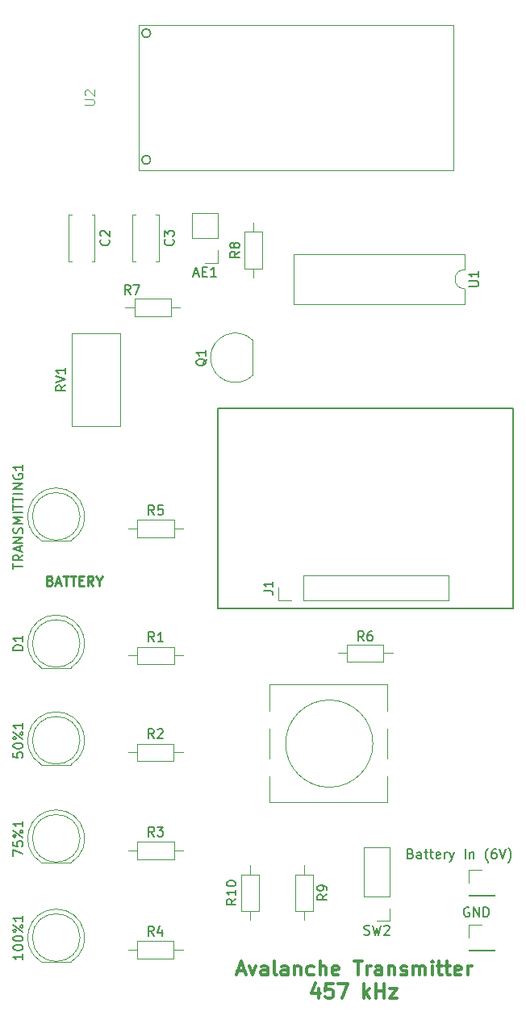
<source format=gbr>
%TF.GenerationSoftware,KiCad,Pcbnew,7.0.8*%
%TF.CreationDate,2024-05-22T14:40:07-04:00*%
%TF.ProjectId,avalanche_transmitter,6176616c-616e-4636-9865-5f7472616e73,1.0*%
%TF.SameCoordinates,Original*%
%TF.FileFunction,Legend,Top*%
%TF.FilePolarity,Positive*%
%FSLAX46Y46*%
G04 Gerber Fmt 4.6, Leading zero omitted, Abs format (unit mm)*
G04 Created by KiCad (PCBNEW 7.0.8) date 2024-05-22 14:40:07*
%MOMM*%
%LPD*%
G01*
G04 APERTURE LIST*
%ADD10C,0.200000*%
%ADD11C,0.300000*%
%ADD12C,0.250000*%
%ADD13C,0.150000*%
%ADD14C,0.100000*%
%ADD15C,0.120000*%
G04 APERTURE END LIST*
D10*
X55300000Y-61300000D02*
X86300000Y-61300000D01*
X86300000Y-82300000D01*
X55300000Y-82300000D01*
X55300000Y-61300000D01*
X48260977Y-21950000D02*
G75*
G03*
X48260977Y-21950000I-460977J0D01*
G01*
X48260977Y-35239023D02*
G75*
G03*
X48260977Y-35239023I-460977J0D01*
G01*
D11*
X57385715Y-120357257D02*
X58100001Y-120357257D01*
X57242858Y-120785828D02*
X57742858Y-119285828D01*
X57742858Y-119285828D02*
X58242858Y-120785828D01*
X58600000Y-119785828D02*
X58957143Y-120785828D01*
X58957143Y-120785828D02*
X59314286Y-119785828D01*
X60528572Y-120785828D02*
X60528572Y-120000114D01*
X60528572Y-120000114D02*
X60457143Y-119857257D01*
X60457143Y-119857257D02*
X60314286Y-119785828D01*
X60314286Y-119785828D02*
X60028572Y-119785828D01*
X60028572Y-119785828D02*
X59885714Y-119857257D01*
X60528572Y-120714400D02*
X60385714Y-120785828D01*
X60385714Y-120785828D02*
X60028572Y-120785828D01*
X60028572Y-120785828D02*
X59885714Y-120714400D01*
X59885714Y-120714400D02*
X59814286Y-120571542D01*
X59814286Y-120571542D02*
X59814286Y-120428685D01*
X59814286Y-120428685D02*
X59885714Y-120285828D01*
X59885714Y-120285828D02*
X60028572Y-120214400D01*
X60028572Y-120214400D02*
X60385714Y-120214400D01*
X60385714Y-120214400D02*
X60528572Y-120142971D01*
X61457143Y-120785828D02*
X61314286Y-120714400D01*
X61314286Y-120714400D02*
X61242857Y-120571542D01*
X61242857Y-120571542D02*
X61242857Y-119285828D01*
X62671429Y-120785828D02*
X62671429Y-120000114D01*
X62671429Y-120000114D02*
X62600000Y-119857257D01*
X62600000Y-119857257D02*
X62457143Y-119785828D01*
X62457143Y-119785828D02*
X62171429Y-119785828D01*
X62171429Y-119785828D02*
X62028571Y-119857257D01*
X62671429Y-120714400D02*
X62528571Y-120785828D01*
X62528571Y-120785828D02*
X62171429Y-120785828D01*
X62171429Y-120785828D02*
X62028571Y-120714400D01*
X62028571Y-120714400D02*
X61957143Y-120571542D01*
X61957143Y-120571542D02*
X61957143Y-120428685D01*
X61957143Y-120428685D02*
X62028571Y-120285828D01*
X62028571Y-120285828D02*
X62171429Y-120214400D01*
X62171429Y-120214400D02*
X62528571Y-120214400D01*
X62528571Y-120214400D02*
X62671429Y-120142971D01*
X63385714Y-119785828D02*
X63385714Y-120785828D01*
X63385714Y-119928685D02*
X63457143Y-119857257D01*
X63457143Y-119857257D02*
X63600000Y-119785828D01*
X63600000Y-119785828D02*
X63814286Y-119785828D01*
X63814286Y-119785828D02*
X63957143Y-119857257D01*
X63957143Y-119857257D02*
X64028572Y-120000114D01*
X64028572Y-120000114D02*
X64028572Y-120785828D01*
X65385715Y-120714400D02*
X65242857Y-120785828D01*
X65242857Y-120785828D02*
X64957143Y-120785828D01*
X64957143Y-120785828D02*
X64814286Y-120714400D01*
X64814286Y-120714400D02*
X64742857Y-120642971D01*
X64742857Y-120642971D02*
X64671429Y-120500114D01*
X64671429Y-120500114D02*
X64671429Y-120071542D01*
X64671429Y-120071542D02*
X64742857Y-119928685D01*
X64742857Y-119928685D02*
X64814286Y-119857257D01*
X64814286Y-119857257D02*
X64957143Y-119785828D01*
X64957143Y-119785828D02*
X65242857Y-119785828D01*
X65242857Y-119785828D02*
X65385715Y-119857257D01*
X66028571Y-120785828D02*
X66028571Y-119285828D01*
X66671429Y-120785828D02*
X66671429Y-120000114D01*
X66671429Y-120000114D02*
X66600000Y-119857257D01*
X66600000Y-119857257D02*
X66457143Y-119785828D01*
X66457143Y-119785828D02*
X66242857Y-119785828D01*
X66242857Y-119785828D02*
X66100000Y-119857257D01*
X66100000Y-119857257D02*
X66028571Y-119928685D01*
X67957143Y-120714400D02*
X67814286Y-120785828D01*
X67814286Y-120785828D02*
X67528572Y-120785828D01*
X67528572Y-120785828D02*
X67385714Y-120714400D01*
X67385714Y-120714400D02*
X67314286Y-120571542D01*
X67314286Y-120571542D02*
X67314286Y-120000114D01*
X67314286Y-120000114D02*
X67385714Y-119857257D01*
X67385714Y-119857257D02*
X67528572Y-119785828D01*
X67528572Y-119785828D02*
X67814286Y-119785828D01*
X67814286Y-119785828D02*
X67957143Y-119857257D01*
X67957143Y-119857257D02*
X68028572Y-120000114D01*
X68028572Y-120000114D02*
X68028572Y-120142971D01*
X68028572Y-120142971D02*
X67314286Y-120285828D01*
X69600000Y-119285828D02*
X70457143Y-119285828D01*
X70028571Y-120785828D02*
X70028571Y-119285828D01*
X70957142Y-120785828D02*
X70957142Y-119785828D01*
X70957142Y-120071542D02*
X71028571Y-119928685D01*
X71028571Y-119928685D02*
X71100000Y-119857257D01*
X71100000Y-119857257D02*
X71242857Y-119785828D01*
X71242857Y-119785828D02*
X71385714Y-119785828D01*
X72528571Y-120785828D02*
X72528571Y-120000114D01*
X72528571Y-120000114D02*
X72457142Y-119857257D01*
X72457142Y-119857257D02*
X72314285Y-119785828D01*
X72314285Y-119785828D02*
X72028571Y-119785828D01*
X72028571Y-119785828D02*
X71885713Y-119857257D01*
X72528571Y-120714400D02*
X72385713Y-120785828D01*
X72385713Y-120785828D02*
X72028571Y-120785828D01*
X72028571Y-120785828D02*
X71885713Y-120714400D01*
X71885713Y-120714400D02*
X71814285Y-120571542D01*
X71814285Y-120571542D02*
X71814285Y-120428685D01*
X71814285Y-120428685D02*
X71885713Y-120285828D01*
X71885713Y-120285828D02*
X72028571Y-120214400D01*
X72028571Y-120214400D02*
X72385713Y-120214400D01*
X72385713Y-120214400D02*
X72528571Y-120142971D01*
X73242856Y-119785828D02*
X73242856Y-120785828D01*
X73242856Y-119928685D02*
X73314285Y-119857257D01*
X73314285Y-119857257D02*
X73457142Y-119785828D01*
X73457142Y-119785828D02*
X73671428Y-119785828D01*
X73671428Y-119785828D02*
X73814285Y-119857257D01*
X73814285Y-119857257D02*
X73885714Y-120000114D01*
X73885714Y-120000114D02*
X73885714Y-120785828D01*
X74528571Y-120714400D02*
X74671428Y-120785828D01*
X74671428Y-120785828D02*
X74957142Y-120785828D01*
X74957142Y-120785828D02*
X75099999Y-120714400D01*
X75099999Y-120714400D02*
X75171428Y-120571542D01*
X75171428Y-120571542D02*
X75171428Y-120500114D01*
X75171428Y-120500114D02*
X75099999Y-120357257D01*
X75099999Y-120357257D02*
X74957142Y-120285828D01*
X74957142Y-120285828D02*
X74742857Y-120285828D01*
X74742857Y-120285828D02*
X74599999Y-120214400D01*
X74599999Y-120214400D02*
X74528571Y-120071542D01*
X74528571Y-120071542D02*
X74528571Y-120000114D01*
X74528571Y-120000114D02*
X74599999Y-119857257D01*
X74599999Y-119857257D02*
X74742857Y-119785828D01*
X74742857Y-119785828D02*
X74957142Y-119785828D01*
X74957142Y-119785828D02*
X75099999Y-119857257D01*
X75814285Y-120785828D02*
X75814285Y-119785828D01*
X75814285Y-119928685D02*
X75885714Y-119857257D01*
X75885714Y-119857257D02*
X76028571Y-119785828D01*
X76028571Y-119785828D02*
X76242857Y-119785828D01*
X76242857Y-119785828D02*
X76385714Y-119857257D01*
X76385714Y-119857257D02*
X76457143Y-120000114D01*
X76457143Y-120000114D02*
X76457143Y-120785828D01*
X76457143Y-120000114D02*
X76528571Y-119857257D01*
X76528571Y-119857257D02*
X76671428Y-119785828D01*
X76671428Y-119785828D02*
X76885714Y-119785828D01*
X76885714Y-119785828D02*
X77028571Y-119857257D01*
X77028571Y-119857257D02*
X77100000Y-120000114D01*
X77100000Y-120000114D02*
X77100000Y-120785828D01*
X77814285Y-120785828D02*
X77814285Y-119785828D01*
X77814285Y-119285828D02*
X77742857Y-119357257D01*
X77742857Y-119357257D02*
X77814285Y-119428685D01*
X77814285Y-119428685D02*
X77885714Y-119357257D01*
X77885714Y-119357257D02*
X77814285Y-119285828D01*
X77814285Y-119285828D02*
X77814285Y-119428685D01*
X78314286Y-119785828D02*
X78885714Y-119785828D01*
X78528571Y-119285828D02*
X78528571Y-120571542D01*
X78528571Y-120571542D02*
X78600000Y-120714400D01*
X78600000Y-120714400D02*
X78742857Y-120785828D01*
X78742857Y-120785828D02*
X78885714Y-120785828D01*
X79171429Y-119785828D02*
X79742857Y-119785828D01*
X79385714Y-119285828D02*
X79385714Y-120571542D01*
X79385714Y-120571542D02*
X79457143Y-120714400D01*
X79457143Y-120714400D02*
X79600000Y-120785828D01*
X79600000Y-120785828D02*
X79742857Y-120785828D01*
X80814286Y-120714400D02*
X80671429Y-120785828D01*
X80671429Y-120785828D02*
X80385715Y-120785828D01*
X80385715Y-120785828D02*
X80242857Y-120714400D01*
X80242857Y-120714400D02*
X80171429Y-120571542D01*
X80171429Y-120571542D02*
X80171429Y-120000114D01*
X80171429Y-120000114D02*
X80242857Y-119857257D01*
X80242857Y-119857257D02*
X80385715Y-119785828D01*
X80385715Y-119785828D02*
X80671429Y-119785828D01*
X80671429Y-119785828D02*
X80814286Y-119857257D01*
X80814286Y-119857257D02*
X80885715Y-120000114D01*
X80885715Y-120000114D02*
X80885715Y-120142971D01*
X80885715Y-120142971D02*
X80171429Y-120285828D01*
X81528571Y-120785828D02*
X81528571Y-119785828D01*
X81528571Y-120071542D02*
X81600000Y-119928685D01*
X81600000Y-119928685D02*
X81671429Y-119857257D01*
X81671429Y-119857257D02*
X81814286Y-119785828D01*
X81814286Y-119785828D02*
X81957143Y-119785828D01*
X65885715Y-122200828D02*
X65885715Y-123200828D01*
X65528572Y-121629400D02*
X65171429Y-122700828D01*
X65171429Y-122700828D02*
X66100000Y-122700828D01*
X67385714Y-121700828D02*
X66671428Y-121700828D01*
X66671428Y-121700828D02*
X66600000Y-122415114D01*
X66600000Y-122415114D02*
X66671428Y-122343685D01*
X66671428Y-122343685D02*
X66814286Y-122272257D01*
X66814286Y-122272257D02*
X67171428Y-122272257D01*
X67171428Y-122272257D02*
X67314286Y-122343685D01*
X67314286Y-122343685D02*
X67385714Y-122415114D01*
X67385714Y-122415114D02*
X67457143Y-122557971D01*
X67457143Y-122557971D02*
X67457143Y-122915114D01*
X67457143Y-122915114D02*
X67385714Y-123057971D01*
X67385714Y-123057971D02*
X67314286Y-123129400D01*
X67314286Y-123129400D02*
X67171428Y-123200828D01*
X67171428Y-123200828D02*
X66814286Y-123200828D01*
X66814286Y-123200828D02*
X66671428Y-123129400D01*
X66671428Y-123129400D02*
X66600000Y-123057971D01*
X67957142Y-121700828D02*
X68957142Y-121700828D01*
X68957142Y-121700828D02*
X68314285Y-123200828D01*
X70671427Y-123200828D02*
X70671427Y-121700828D01*
X70814285Y-122629400D02*
X71242856Y-123200828D01*
X71242856Y-122200828D02*
X70671427Y-122772257D01*
X71885713Y-123200828D02*
X71885713Y-121700828D01*
X71885713Y-122415114D02*
X72742856Y-122415114D01*
X72742856Y-123200828D02*
X72742856Y-121700828D01*
X73314285Y-122200828D02*
X74100000Y-122200828D01*
X74100000Y-122200828D02*
X73314285Y-123200828D01*
X73314285Y-123200828D02*
X74100000Y-123200828D01*
D12*
X37699999Y-79375809D02*
X37842856Y-79423428D01*
X37842856Y-79423428D02*
X37890475Y-79471047D01*
X37890475Y-79471047D02*
X37938094Y-79566285D01*
X37938094Y-79566285D02*
X37938094Y-79709142D01*
X37938094Y-79709142D02*
X37890475Y-79804380D01*
X37890475Y-79804380D02*
X37842856Y-79852000D01*
X37842856Y-79852000D02*
X37747618Y-79899619D01*
X37747618Y-79899619D02*
X37366666Y-79899619D01*
X37366666Y-79899619D02*
X37366666Y-78899619D01*
X37366666Y-78899619D02*
X37699999Y-78899619D01*
X37699999Y-78899619D02*
X37795237Y-78947238D01*
X37795237Y-78947238D02*
X37842856Y-78994857D01*
X37842856Y-78994857D02*
X37890475Y-79090095D01*
X37890475Y-79090095D02*
X37890475Y-79185333D01*
X37890475Y-79185333D02*
X37842856Y-79280571D01*
X37842856Y-79280571D02*
X37795237Y-79328190D01*
X37795237Y-79328190D02*
X37699999Y-79375809D01*
X37699999Y-79375809D02*
X37366666Y-79375809D01*
X38319047Y-79613904D02*
X38795237Y-79613904D01*
X38223809Y-79899619D02*
X38557142Y-78899619D01*
X38557142Y-78899619D02*
X38890475Y-79899619D01*
X39080952Y-78899619D02*
X39652380Y-78899619D01*
X39366666Y-79899619D02*
X39366666Y-78899619D01*
X39842857Y-78899619D02*
X40414285Y-78899619D01*
X40128571Y-79899619D02*
X40128571Y-78899619D01*
X40747619Y-79375809D02*
X41080952Y-79375809D01*
X41223809Y-79899619D02*
X40747619Y-79899619D01*
X40747619Y-79899619D02*
X40747619Y-78899619D01*
X40747619Y-78899619D02*
X41223809Y-78899619D01*
X42223809Y-79899619D02*
X41890476Y-79423428D01*
X41652381Y-79899619D02*
X41652381Y-78899619D01*
X41652381Y-78899619D02*
X42033333Y-78899619D01*
X42033333Y-78899619D02*
X42128571Y-78947238D01*
X42128571Y-78947238D02*
X42176190Y-78994857D01*
X42176190Y-78994857D02*
X42223809Y-79090095D01*
X42223809Y-79090095D02*
X42223809Y-79232952D01*
X42223809Y-79232952D02*
X42176190Y-79328190D01*
X42176190Y-79328190D02*
X42128571Y-79375809D01*
X42128571Y-79375809D02*
X42033333Y-79423428D01*
X42033333Y-79423428D02*
X41652381Y-79423428D01*
X42842857Y-79423428D02*
X42842857Y-79899619D01*
X42509524Y-78899619D02*
X42842857Y-79423428D01*
X42842857Y-79423428D02*
X43176190Y-78899619D01*
D13*
X70675667Y-116514200D02*
X70818524Y-116561819D01*
X70818524Y-116561819D02*
X71056619Y-116561819D01*
X71056619Y-116561819D02*
X71151857Y-116514200D01*
X71151857Y-116514200D02*
X71199476Y-116466580D01*
X71199476Y-116466580D02*
X71247095Y-116371342D01*
X71247095Y-116371342D02*
X71247095Y-116276104D01*
X71247095Y-116276104D02*
X71199476Y-116180866D01*
X71199476Y-116180866D02*
X71151857Y-116133247D01*
X71151857Y-116133247D02*
X71056619Y-116085628D01*
X71056619Y-116085628D02*
X70866143Y-116038009D01*
X70866143Y-116038009D02*
X70770905Y-115990390D01*
X70770905Y-115990390D02*
X70723286Y-115942771D01*
X70723286Y-115942771D02*
X70675667Y-115847533D01*
X70675667Y-115847533D02*
X70675667Y-115752295D01*
X70675667Y-115752295D02*
X70723286Y-115657057D01*
X70723286Y-115657057D02*
X70770905Y-115609438D01*
X70770905Y-115609438D02*
X70866143Y-115561819D01*
X70866143Y-115561819D02*
X71104238Y-115561819D01*
X71104238Y-115561819D02*
X71247095Y-115609438D01*
X71580429Y-115561819D02*
X71818524Y-116561819D01*
X71818524Y-116561819D02*
X72009000Y-115847533D01*
X72009000Y-115847533D02*
X72199476Y-116561819D01*
X72199476Y-116561819D02*
X72437572Y-115561819D01*
X72770905Y-115657057D02*
X72818524Y-115609438D01*
X72818524Y-115609438D02*
X72913762Y-115561819D01*
X72913762Y-115561819D02*
X73151857Y-115561819D01*
X73151857Y-115561819D02*
X73247095Y-115609438D01*
X73247095Y-115609438D02*
X73294714Y-115657057D01*
X73294714Y-115657057D02*
X73342333Y-115752295D01*
X73342333Y-115752295D02*
X73342333Y-115847533D01*
X73342333Y-115847533D02*
X73294714Y-115990390D01*
X73294714Y-115990390D02*
X72723286Y-116561819D01*
X72723286Y-116561819D02*
X73342333Y-116561819D01*
X57208819Y-112783857D02*
X56732628Y-113117190D01*
X57208819Y-113355285D02*
X56208819Y-113355285D01*
X56208819Y-113355285D02*
X56208819Y-112974333D01*
X56208819Y-112974333D02*
X56256438Y-112879095D01*
X56256438Y-112879095D02*
X56304057Y-112831476D01*
X56304057Y-112831476D02*
X56399295Y-112783857D01*
X56399295Y-112783857D02*
X56542152Y-112783857D01*
X56542152Y-112783857D02*
X56637390Y-112831476D01*
X56637390Y-112831476D02*
X56685009Y-112879095D01*
X56685009Y-112879095D02*
X56732628Y-112974333D01*
X56732628Y-112974333D02*
X56732628Y-113355285D01*
X57208819Y-111831476D02*
X57208819Y-112402904D01*
X57208819Y-112117190D02*
X56208819Y-112117190D01*
X56208819Y-112117190D02*
X56351676Y-112212428D01*
X56351676Y-112212428D02*
X56446914Y-112307666D01*
X56446914Y-112307666D02*
X56494533Y-112402904D01*
X56208819Y-111212428D02*
X56208819Y-111117190D01*
X56208819Y-111117190D02*
X56256438Y-111021952D01*
X56256438Y-111021952D02*
X56304057Y-110974333D01*
X56304057Y-110974333D02*
X56399295Y-110926714D01*
X56399295Y-110926714D02*
X56589771Y-110879095D01*
X56589771Y-110879095D02*
X56827866Y-110879095D01*
X56827866Y-110879095D02*
X57018342Y-110926714D01*
X57018342Y-110926714D02*
X57113580Y-110974333D01*
X57113580Y-110974333D02*
X57161200Y-111021952D01*
X57161200Y-111021952D02*
X57208819Y-111117190D01*
X57208819Y-111117190D02*
X57208819Y-111212428D01*
X57208819Y-111212428D02*
X57161200Y-111307666D01*
X57161200Y-111307666D02*
X57113580Y-111355285D01*
X57113580Y-111355285D02*
X57018342Y-111402904D01*
X57018342Y-111402904D02*
X56827866Y-111450523D01*
X56827866Y-111450523D02*
X56589771Y-111450523D01*
X56589771Y-111450523D02*
X56399295Y-111402904D01*
X56399295Y-111402904D02*
X56304057Y-111355285D01*
X56304057Y-111355285D02*
X56256438Y-111307666D01*
X56256438Y-111307666D02*
X56208819Y-111212428D01*
X66763819Y-112307666D02*
X66287628Y-112640999D01*
X66763819Y-112879094D02*
X65763819Y-112879094D01*
X65763819Y-112879094D02*
X65763819Y-112498142D01*
X65763819Y-112498142D02*
X65811438Y-112402904D01*
X65811438Y-112402904D02*
X65859057Y-112355285D01*
X65859057Y-112355285D02*
X65954295Y-112307666D01*
X65954295Y-112307666D02*
X66097152Y-112307666D01*
X66097152Y-112307666D02*
X66192390Y-112355285D01*
X66192390Y-112355285D02*
X66240009Y-112402904D01*
X66240009Y-112402904D02*
X66287628Y-112498142D01*
X66287628Y-112498142D02*
X66287628Y-112879094D01*
X66763819Y-111831475D02*
X66763819Y-111640999D01*
X66763819Y-111640999D02*
X66716200Y-111545761D01*
X66716200Y-111545761D02*
X66668580Y-111498142D01*
X66668580Y-111498142D02*
X66525723Y-111402904D01*
X66525723Y-111402904D02*
X66335247Y-111355285D01*
X66335247Y-111355285D02*
X65954295Y-111355285D01*
X65954295Y-111355285D02*
X65859057Y-111402904D01*
X65859057Y-111402904D02*
X65811438Y-111450523D01*
X65811438Y-111450523D02*
X65763819Y-111545761D01*
X65763819Y-111545761D02*
X65763819Y-111736237D01*
X65763819Y-111736237D02*
X65811438Y-111831475D01*
X65811438Y-111831475D02*
X65859057Y-111879094D01*
X65859057Y-111879094D02*
X65954295Y-111926713D01*
X65954295Y-111926713D02*
X66192390Y-111926713D01*
X66192390Y-111926713D02*
X66287628Y-111879094D01*
X66287628Y-111879094D02*
X66335247Y-111831475D01*
X66335247Y-111831475D02*
X66382866Y-111736237D01*
X66382866Y-111736237D02*
X66382866Y-111545761D01*
X66382866Y-111545761D02*
X66335247Y-111450523D01*
X66335247Y-111450523D02*
X66287628Y-111402904D01*
X66287628Y-111402904D02*
X66192390Y-111355285D01*
D14*
X41367419Y-29463904D02*
X42176942Y-29463904D01*
X42176942Y-29463904D02*
X42272180Y-29416285D01*
X42272180Y-29416285D02*
X42319800Y-29368666D01*
X42319800Y-29368666D02*
X42367419Y-29273428D01*
X42367419Y-29273428D02*
X42367419Y-29082952D01*
X42367419Y-29082952D02*
X42319800Y-28987714D01*
X42319800Y-28987714D02*
X42272180Y-28940095D01*
X42272180Y-28940095D02*
X42176942Y-28892476D01*
X42176942Y-28892476D02*
X41367419Y-28892476D01*
X41462657Y-28463904D02*
X41415038Y-28416285D01*
X41415038Y-28416285D02*
X41367419Y-28321047D01*
X41367419Y-28321047D02*
X41367419Y-28082952D01*
X41367419Y-28082952D02*
X41415038Y-27987714D01*
X41415038Y-27987714D02*
X41462657Y-27940095D01*
X41462657Y-27940095D02*
X41557895Y-27892476D01*
X41557895Y-27892476D02*
X41653133Y-27892476D01*
X41653133Y-27892476D02*
X41795990Y-27940095D01*
X41795990Y-27940095D02*
X42367419Y-28511523D01*
X42367419Y-28511523D02*
X42367419Y-27892476D01*
D13*
X81672819Y-48523904D02*
X82482342Y-48523904D01*
X82482342Y-48523904D02*
X82577580Y-48476285D01*
X82577580Y-48476285D02*
X82625200Y-48428666D01*
X82625200Y-48428666D02*
X82672819Y-48333428D01*
X82672819Y-48333428D02*
X82672819Y-48142952D01*
X82672819Y-48142952D02*
X82625200Y-48047714D01*
X82625200Y-48047714D02*
X82577580Y-48000095D01*
X82577580Y-48000095D02*
X82482342Y-47952476D01*
X82482342Y-47952476D02*
X81672819Y-47952476D01*
X82672819Y-46952476D02*
X82672819Y-47523904D01*
X82672819Y-47238190D02*
X81672819Y-47238190D01*
X81672819Y-47238190D02*
X81815676Y-47333428D01*
X81815676Y-47333428D02*
X81910914Y-47428666D01*
X81910914Y-47428666D02*
X81958533Y-47523904D01*
X33848819Y-78172808D02*
X33848819Y-77601380D01*
X34848819Y-77887094D02*
X33848819Y-77887094D01*
X34848819Y-76696618D02*
X34372628Y-77029951D01*
X34848819Y-77268046D02*
X33848819Y-77268046D01*
X33848819Y-77268046D02*
X33848819Y-76887094D01*
X33848819Y-76887094D02*
X33896438Y-76791856D01*
X33896438Y-76791856D02*
X33944057Y-76744237D01*
X33944057Y-76744237D02*
X34039295Y-76696618D01*
X34039295Y-76696618D02*
X34182152Y-76696618D01*
X34182152Y-76696618D02*
X34277390Y-76744237D01*
X34277390Y-76744237D02*
X34325009Y-76791856D01*
X34325009Y-76791856D02*
X34372628Y-76887094D01*
X34372628Y-76887094D02*
X34372628Y-77268046D01*
X34563104Y-76315665D02*
X34563104Y-75839475D01*
X34848819Y-76410903D02*
X33848819Y-76077570D01*
X33848819Y-76077570D02*
X34848819Y-75744237D01*
X34848819Y-75410903D02*
X33848819Y-75410903D01*
X33848819Y-75410903D02*
X34848819Y-74839475D01*
X34848819Y-74839475D02*
X33848819Y-74839475D01*
X34801200Y-74410903D02*
X34848819Y-74268046D01*
X34848819Y-74268046D02*
X34848819Y-74029951D01*
X34848819Y-74029951D02*
X34801200Y-73934713D01*
X34801200Y-73934713D02*
X34753580Y-73887094D01*
X34753580Y-73887094D02*
X34658342Y-73839475D01*
X34658342Y-73839475D02*
X34563104Y-73839475D01*
X34563104Y-73839475D02*
X34467866Y-73887094D01*
X34467866Y-73887094D02*
X34420247Y-73934713D01*
X34420247Y-73934713D02*
X34372628Y-74029951D01*
X34372628Y-74029951D02*
X34325009Y-74220427D01*
X34325009Y-74220427D02*
X34277390Y-74315665D01*
X34277390Y-74315665D02*
X34229771Y-74363284D01*
X34229771Y-74363284D02*
X34134533Y-74410903D01*
X34134533Y-74410903D02*
X34039295Y-74410903D01*
X34039295Y-74410903D02*
X33944057Y-74363284D01*
X33944057Y-74363284D02*
X33896438Y-74315665D01*
X33896438Y-74315665D02*
X33848819Y-74220427D01*
X33848819Y-74220427D02*
X33848819Y-73982332D01*
X33848819Y-73982332D02*
X33896438Y-73839475D01*
X34848819Y-73410903D02*
X33848819Y-73410903D01*
X33848819Y-73410903D02*
X34563104Y-73077570D01*
X34563104Y-73077570D02*
X33848819Y-72744237D01*
X33848819Y-72744237D02*
X34848819Y-72744237D01*
X34848819Y-72268046D02*
X33848819Y-72268046D01*
X33848819Y-71934713D02*
X33848819Y-71363285D01*
X34848819Y-71648999D02*
X33848819Y-71648999D01*
X33848819Y-71172808D02*
X33848819Y-70601380D01*
X34848819Y-70887094D02*
X33848819Y-70887094D01*
X34848819Y-70268046D02*
X33848819Y-70268046D01*
X34848819Y-69791856D02*
X33848819Y-69791856D01*
X33848819Y-69791856D02*
X34848819Y-69220428D01*
X34848819Y-69220428D02*
X33848819Y-69220428D01*
X33896438Y-68220428D02*
X33848819Y-68315666D01*
X33848819Y-68315666D02*
X33848819Y-68458523D01*
X33848819Y-68458523D02*
X33896438Y-68601380D01*
X33896438Y-68601380D02*
X33991676Y-68696618D01*
X33991676Y-68696618D02*
X34086914Y-68744237D01*
X34086914Y-68744237D02*
X34277390Y-68791856D01*
X34277390Y-68791856D02*
X34420247Y-68791856D01*
X34420247Y-68791856D02*
X34610723Y-68744237D01*
X34610723Y-68744237D02*
X34705961Y-68696618D01*
X34705961Y-68696618D02*
X34801200Y-68601380D01*
X34801200Y-68601380D02*
X34848819Y-68458523D01*
X34848819Y-68458523D02*
X34848819Y-68363285D01*
X34848819Y-68363285D02*
X34801200Y-68220428D01*
X34801200Y-68220428D02*
X34753580Y-68172809D01*
X34753580Y-68172809D02*
X34420247Y-68172809D01*
X34420247Y-68172809D02*
X34420247Y-68363285D01*
X34848819Y-67220428D02*
X34848819Y-67791856D01*
X34848819Y-67506142D02*
X33848819Y-67506142D01*
X33848819Y-67506142D02*
X33991676Y-67601380D01*
X33991676Y-67601380D02*
X34086914Y-67696618D01*
X34086914Y-67696618D02*
X34134533Y-67791856D01*
X39339819Y-58888238D02*
X38863628Y-59221571D01*
X39339819Y-59459666D02*
X38339819Y-59459666D01*
X38339819Y-59459666D02*
X38339819Y-59078714D01*
X38339819Y-59078714D02*
X38387438Y-58983476D01*
X38387438Y-58983476D02*
X38435057Y-58935857D01*
X38435057Y-58935857D02*
X38530295Y-58888238D01*
X38530295Y-58888238D02*
X38673152Y-58888238D01*
X38673152Y-58888238D02*
X38768390Y-58935857D01*
X38768390Y-58935857D02*
X38816009Y-58983476D01*
X38816009Y-58983476D02*
X38863628Y-59078714D01*
X38863628Y-59078714D02*
X38863628Y-59459666D01*
X38339819Y-58602523D02*
X39339819Y-58269190D01*
X39339819Y-58269190D02*
X38339819Y-57935857D01*
X39339819Y-57078714D02*
X39339819Y-57650142D01*
X39339819Y-57364428D02*
X38339819Y-57364428D01*
X38339819Y-57364428D02*
X38482676Y-57459666D01*
X38482676Y-57459666D02*
X38577914Y-57554904D01*
X38577914Y-57554904D02*
X38625533Y-57650142D01*
X57589819Y-44870666D02*
X57113628Y-45203999D01*
X57589819Y-45442094D02*
X56589819Y-45442094D01*
X56589819Y-45442094D02*
X56589819Y-45061142D01*
X56589819Y-45061142D02*
X56637438Y-44965904D01*
X56637438Y-44965904D02*
X56685057Y-44918285D01*
X56685057Y-44918285D02*
X56780295Y-44870666D01*
X56780295Y-44870666D02*
X56923152Y-44870666D01*
X56923152Y-44870666D02*
X57018390Y-44918285D01*
X57018390Y-44918285D02*
X57066009Y-44965904D01*
X57066009Y-44965904D02*
X57113628Y-45061142D01*
X57113628Y-45061142D02*
X57113628Y-45442094D01*
X57018390Y-44299237D02*
X56970771Y-44394475D01*
X56970771Y-44394475D02*
X56923152Y-44442094D01*
X56923152Y-44442094D02*
X56827914Y-44489713D01*
X56827914Y-44489713D02*
X56780295Y-44489713D01*
X56780295Y-44489713D02*
X56685057Y-44442094D01*
X56685057Y-44442094D02*
X56637438Y-44394475D01*
X56637438Y-44394475D02*
X56589819Y-44299237D01*
X56589819Y-44299237D02*
X56589819Y-44108761D01*
X56589819Y-44108761D02*
X56637438Y-44013523D01*
X56637438Y-44013523D02*
X56685057Y-43965904D01*
X56685057Y-43965904D02*
X56780295Y-43918285D01*
X56780295Y-43918285D02*
X56827914Y-43918285D01*
X56827914Y-43918285D02*
X56923152Y-43965904D01*
X56923152Y-43965904D02*
X56970771Y-44013523D01*
X56970771Y-44013523D02*
X57018390Y-44108761D01*
X57018390Y-44108761D02*
X57018390Y-44299237D01*
X57018390Y-44299237D02*
X57066009Y-44394475D01*
X57066009Y-44394475D02*
X57113628Y-44442094D01*
X57113628Y-44442094D02*
X57208866Y-44489713D01*
X57208866Y-44489713D02*
X57399342Y-44489713D01*
X57399342Y-44489713D02*
X57494580Y-44442094D01*
X57494580Y-44442094D02*
X57542200Y-44394475D01*
X57542200Y-44394475D02*
X57589819Y-44299237D01*
X57589819Y-44299237D02*
X57589819Y-44108761D01*
X57589819Y-44108761D02*
X57542200Y-44013523D01*
X57542200Y-44013523D02*
X57494580Y-43965904D01*
X57494580Y-43965904D02*
X57399342Y-43918285D01*
X57399342Y-43918285D02*
X57208866Y-43918285D01*
X57208866Y-43918285D02*
X57113628Y-43965904D01*
X57113628Y-43965904D02*
X57066009Y-44013523D01*
X57066009Y-44013523D02*
X57018390Y-44108761D01*
X54140057Y-56102238D02*
X54092438Y-56197476D01*
X54092438Y-56197476D02*
X53997200Y-56292714D01*
X53997200Y-56292714D02*
X53854342Y-56435571D01*
X53854342Y-56435571D02*
X53806723Y-56530809D01*
X53806723Y-56530809D02*
X53806723Y-56626047D01*
X54044819Y-56578428D02*
X53997200Y-56673666D01*
X53997200Y-56673666D02*
X53901961Y-56768904D01*
X53901961Y-56768904D02*
X53711485Y-56816523D01*
X53711485Y-56816523D02*
X53378152Y-56816523D01*
X53378152Y-56816523D02*
X53187676Y-56768904D01*
X53187676Y-56768904D02*
X53092438Y-56673666D01*
X53092438Y-56673666D02*
X53044819Y-56578428D01*
X53044819Y-56578428D02*
X53044819Y-56387952D01*
X53044819Y-56387952D02*
X53092438Y-56292714D01*
X53092438Y-56292714D02*
X53187676Y-56197476D01*
X53187676Y-56197476D02*
X53378152Y-56149857D01*
X53378152Y-56149857D02*
X53711485Y-56149857D01*
X53711485Y-56149857D02*
X53901961Y-56197476D01*
X53901961Y-56197476D02*
X53997200Y-56292714D01*
X53997200Y-56292714D02*
X54044819Y-56387952D01*
X54044819Y-56387952D02*
X54044819Y-56578428D01*
X54044819Y-55197476D02*
X54044819Y-55768904D01*
X54044819Y-55483190D02*
X53044819Y-55483190D01*
X53044819Y-55483190D02*
X53187676Y-55578428D01*
X53187676Y-55578428D02*
X53282914Y-55673666D01*
X53282914Y-55673666D02*
X53330533Y-55768904D01*
X60116819Y-80470333D02*
X60831104Y-80470333D01*
X60831104Y-80470333D02*
X60973961Y-80517952D01*
X60973961Y-80517952D02*
X61069200Y-80613190D01*
X61069200Y-80613190D02*
X61116819Y-80756047D01*
X61116819Y-80756047D02*
X61116819Y-80851285D01*
X61116819Y-79470333D02*
X61116819Y-80041761D01*
X61116819Y-79756047D02*
X60116819Y-79756047D01*
X60116819Y-79756047D02*
X60259676Y-79851285D01*
X60259676Y-79851285D02*
X60354914Y-79946523D01*
X60354914Y-79946523D02*
X60402533Y-80041761D01*
X34848819Y-86717094D02*
X33848819Y-86717094D01*
X33848819Y-86717094D02*
X33848819Y-86478999D01*
X33848819Y-86478999D02*
X33896438Y-86336142D01*
X33896438Y-86336142D02*
X33991676Y-86240904D01*
X33991676Y-86240904D02*
X34086914Y-86193285D01*
X34086914Y-86193285D02*
X34277390Y-86145666D01*
X34277390Y-86145666D02*
X34420247Y-86145666D01*
X34420247Y-86145666D02*
X34610723Y-86193285D01*
X34610723Y-86193285D02*
X34705961Y-86240904D01*
X34705961Y-86240904D02*
X34801200Y-86336142D01*
X34801200Y-86336142D02*
X34848819Y-86478999D01*
X34848819Y-86478999D02*
X34848819Y-86717094D01*
X34848819Y-85193285D02*
X34848819Y-85764713D01*
X34848819Y-85478999D02*
X33848819Y-85478999D01*
X33848819Y-85478999D02*
X33991676Y-85574237D01*
X33991676Y-85574237D02*
X34086914Y-85669475D01*
X34086914Y-85669475D02*
X34134533Y-85764713D01*
X50611580Y-43600666D02*
X50659200Y-43648285D01*
X50659200Y-43648285D02*
X50706819Y-43791142D01*
X50706819Y-43791142D02*
X50706819Y-43886380D01*
X50706819Y-43886380D02*
X50659200Y-44029237D01*
X50659200Y-44029237D02*
X50563961Y-44124475D01*
X50563961Y-44124475D02*
X50468723Y-44172094D01*
X50468723Y-44172094D02*
X50278247Y-44219713D01*
X50278247Y-44219713D02*
X50135390Y-44219713D01*
X50135390Y-44219713D02*
X49944914Y-44172094D01*
X49944914Y-44172094D02*
X49849676Y-44124475D01*
X49849676Y-44124475D02*
X49754438Y-44029237D01*
X49754438Y-44029237D02*
X49706819Y-43886380D01*
X49706819Y-43886380D02*
X49706819Y-43791142D01*
X49706819Y-43791142D02*
X49754438Y-43648285D01*
X49754438Y-43648285D02*
X49802057Y-43600666D01*
X49706819Y-43267332D02*
X49706819Y-42648285D01*
X49706819Y-42648285D02*
X50087771Y-42981618D01*
X50087771Y-42981618D02*
X50087771Y-42838761D01*
X50087771Y-42838761D02*
X50135390Y-42743523D01*
X50135390Y-42743523D02*
X50183009Y-42695904D01*
X50183009Y-42695904D02*
X50278247Y-42648285D01*
X50278247Y-42648285D02*
X50516342Y-42648285D01*
X50516342Y-42648285D02*
X50611580Y-42695904D01*
X50611580Y-42695904D02*
X50659200Y-42743523D01*
X50659200Y-42743523D02*
X50706819Y-42838761D01*
X50706819Y-42838761D02*
X50706819Y-43124475D01*
X50706819Y-43124475D02*
X50659200Y-43219713D01*
X50659200Y-43219713D02*
X50611580Y-43267332D01*
X43880580Y-43600666D02*
X43928200Y-43648285D01*
X43928200Y-43648285D02*
X43975819Y-43791142D01*
X43975819Y-43791142D02*
X43975819Y-43886380D01*
X43975819Y-43886380D02*
X43928200Y-44029237D01*
X43928200Y-44029237D02*
X43832961Y-44124475D01*
X43832961Y-44124475D02*
X43737723Y-44172094D01*
X43737723Y-44172094D02*
X43547247Y-44219713D01*
X43547247Y-44219713D02*
X43404390Y-44219713D01*
X43404390Y-44219713D02*
X43213914Y-44172094D01*
X43213914Y-44172094D02*
X43118676Y-44124475D01*
X43118676Y-44124475D02*
X43023438Y-44029237D01*
X43023438Y-44029237D02*
X42975819Y-43886380D01*
X42975819Y-43886380D02*
X42975819Y-43791142D01*
X42975819Y-43791142D02*
X43023438Y-43648285D01*
X43023438Y-43648285D02*
X43071057Y-43600666D01*
X43071057Y-43219713D02*
X43023438Y-43172094D01*
X43023438Y-43172094D02*
X42975819Y-43076856D01*
X42975819Y-43076856D02*
X42975819Y-42838761D01*
X42975819Y-42838761D02*
X43023438Y-42743523D01*
X43023438Y-42743523D02*
X43071057Y-42695904D01*
X43071057Y-42695904D02*
X43166295Y-42648285D01*
X43166295Y-42648285D02*
X43261533Y-42648285D01*
X43261533Y-42648285D02*
X43404390Y-42695904D01*
X43404390Y-42695904D02*
X43975819Y-43267332D01*
X43975819Y-43267332D02*
X43975819Y-42648285D01*
X52808333Y-47203104D02*
X53284523Y-47203104D01*
X52713095Y-47488819D02*
X53046428Y-46488819D01*
X53046428Y-46488819D02*
X53379761Y-47488819D01*
X53713095Y-46965009D02*
X54046428Y-46965009D01*
X54189285Y-47488819D02*
X53713095Y-47488819D01*
X53713095Y-47488819D02*
X53713095Y-46488819D01*
X53713095Y-46488819D02*
X54189285Y-46488819D01*
X55141666Y-47488819D02*
X54570238Y-47488819D01*
X54855952Y-47488819D02*
X54855952Y-46488819D01*
X54855952Y-46488819D02*
X54760714Y-46631676D01*
X54760714Y-46631676D02*
X54665476Y-46726914D01*
X54665476Y-46726914D02*
X54570238Y-46774533D01*
X34848819Y-118554285D02*
X34848819Y-119125713D01*
X34848819Y-118839999D02*
X33848819Y-118839999D01*
X33848819Y-118839999D02*
X33991676Y-118935237D01*
X33991676Y-118935237D02*
X34086914Y-119030475D01*
X34086914Y-119030475D02*
X34134533Y-119125713D01*
X33848819Y-117935237D02*
X33848819Y-117839999D01*
X33848819Y-117839999D02*
X33896438Y-117744761D01*
X33896438Y-117744761D02*
X33944057Y-117697142D01*
X33944057Y-117697142D02*
X34039295Y-117649523D01*
X34039295Y-117649523D02*
X34229771Y-117601904D01*
X34229771Y-117601904D02*
X34467866Y-117601904D01*
X34467866Y-117601904D02*
X34658342Y-117649523D01*
X34658342Y-117649523D02*
X34753580Y-117697142D01*
X34753580Y-117697142D02*
X34801200Y-117744761D01*
X34801200Y-117744761D02*
X34848819Y-117839999D01*
X34848819Y-117839999D02*
X34848819Y-117935237D01*
X34848819Y-117935237D02*
X34801200Y-118030475D01*
X34801200Y-118030475D02*
X34753580Y-118078094D01*
X34753580Y-118078094D02*
X34658342Y-118125713D01*
X34658342Y-118125713D02*
X34467866Y-118173332D01*
X34467866Y-118173332D02*
X34229771Y-118173332D01*
X34229771Y-118173332D02*
X34039295Y-118125713D01*
X34039295Y-118125713D02*
X33944057Y-118078094D01*
X33944057Y-118078094D02*
X33896438Y-118030475D01*
X33896438Y-118030475D02*
X33848819Y-117935237D01*
X33848819Y-116982856D02*
X33848819Y-116887618D01*
X33848819Y-116887618D02*
X33896438Y-116792380D01*
X33896438Y-116792380D02*
X33944057Y-116744761D01*
X33944057Y-116744761D02*
X34039295Y-116697142D01*
X34039295Y-116697142D02*
X34229771Y-116649523D01*
X34229771Y-116649523D02*
X34467866Y-116649523D01*
X34467866Y-116649523D02*
X34658342Y-116697142D01*
X34658342Y-116697142D02*
X34753580Y-116744761D01*
X34753580Y-116744761D02*
X34801200Y-116792380D01*
X34801200Y-116792380D02*
X34848819Y-116887618D01*
X34848819Y-116887618D02*
X34848819Y-116982856D01*
X34848819Y-116982856D02*
X34801200Y-117078094D01*
X34801200Y-117078094D02*
X34753580Y-117125713D01*
X34753580Y-117125713D02*
X34658342Y-117173332D01*
X34658342Y-117173332D02*
X34467866Y-117220951D01*
X34467866Y-117220951D02*
X34229771Y-117220951D01*
X34229771Y-117220951D02*
X34039295Y-117173332D01*
X34039295Y-117173332D02*
X33944057Y-117125713D01*
X33944057Y-117125713D02*
X33896438Y-117078094D01*
X33896438Y-117078094D02*
X33848819Y-116982856D01*
X34848819Y-116268570D02*
X33848819Y-115506666D01*
X33848819Y-116125713D02*
X33896438Y-116030475D01*
X33896438Y-116030475D02*
X33991676Y-115982856D01*
X33991676Y-115982856D02*
X34086914Y-116030475D01*
X34086914Y-116030475D02*
X34134533Y-116125713D01*
X34134533Y-116125713D02*
X34086914Y-116220951D01*
X34086914Y-116220951D02*
X33991676Y-116268570D01*
X33991676Y-116268570D02*
X33896438Y-116220951D01*
X33896438Y-116220951D02*
X33848819Y-116125713D01*
X34801200Y-115554285D02*
X34705961Y-115506666D01*
X34705961Y-115506666D02*
X34610723Y-115554285D01*
X34610723Y-115554285D02*
X34563104Y-115649523D01*
X34563104Y-115649523D02*
X34610723Y-115744761D01*
X34610723Y-115744761D02*
X34705961Y-115792380D01*
X34705961Y-115792380D02*
X34801200Y-115744761D01*
X34801200Y-115744761D02*
X34848819Y-115649523D01*
X34848819Y-115649523D02*
X34801200Y-115554285D01*
X34848819Y-114554285D02*
X34848819Y-115125713D01*
X34848819Y-114839999D02*
X33848819Y-114839999D01*
X33848819Y-114839999D02*
X33991676Y-114935237D01*
X33991676Y-114935237D02*
X34086914Y-115030475D01*
X34086914Y-115030475D02*
X34134533Y-115125713D01*
X33848819Y-108283142D02*
X33848819Y-107616476D01*
X33848819Y-107616476D02*
X34848819Y-108045047D01*
X33848819Y-106759333D02*
X33848819Y-107235523D01*
X33848819Y-107235523D02*
X34325009Y-107283142D01*
X34325009Y-107283142D02*
X34277390Y-107235523D01*
X34277390Y-107235523D02*
X34229771Y-107140285D01*
X34229771Y-107140285D02*
X34229771Y-106902190D01*
X34229771Y-106902190D02*
X34277390Y-106806952D01*
X34277390Y-106806952D02*
X34325009Y-106759333D01*
X34325009Y-106759333D02*
X34420247Y-106711714D01*
X34420247Y-106711714D02*
X34658342Y-106711714D01*
X34658342Y-106711714D02*
X34753580Y-106759333D01*
X34753580Y-106759333D02*
X34801200Y-106806952D01*
X34801200Y-106806952D02*
X34848819Y-106902190D01*
X34848819Y-106902190D02*
X34848819Y-107140285D01*
X34848819Y-107140285D02*
X34801200Y-107235523D01*
X34801200Y-107235523D02*
X34753580Y-107283142D01*
X34848819Y-106330761D02*
X33848819Y-105568857D01*
X33848819Y-106187904D02*
X33896438Y-106092666D01*
X33896438Y-106092666D02*
X33991676Y-106045047D01*
X33991676Y-106045047D02*
X34086914Y-106092666D01*
X34086914Y-106092666D02*
X34134533Y-106187904D01*
X34134533Y-106187904D02*
X34086914Y-106283142D01*
X34086914Y-106283142D02*
X33991676Y-106330761D01*
X33991676Y-106330761D02*
X33896438Y-106283142D01*
X33896438Y-106283142D02*
X33848819Y-106187904D01*
X34801200Y-105616476D02*
X34705961Y-105568857D01*
X34705961Y-105568857D02*
X34610723Y-105616476D01*
X34610723Y-105616476D02*
X34563104Y-105711714D01*
X34563104Y-105711714D02*
X34610723Y-105806952D01*
X34610723Y-105806952D02*
X34705961Y-105854571D01*
X34705961Y-105854571D02*
X34801200Y-105806952D01*
X34801200Y-105806952D02*
X34848819Y-105711714D01*
X34848819Y-105711714D02*
X34801200Y-105616476D01*
X34848819Y-104616476D02*
X34848819Y-105187904D01*
X34848819Y-104902190D02*
X33848819Y-104902190D01*
X33848819Y-104902190D02*
X33991676Y-104997428D01*
X33991676Y-104997428D02*
X34086914Y-105092666D01*
X34086914Y-105092666D02*
X34134533Y-105187904D01*
X33848819Y-97424714D02*
X33848819Y-97900904D01*
X33848819Y-97900904D02*
X34325009Y-97948523D01*
X34325009Y-97948523D02*
X34277390Y-97900904D01*
X34277390Y-97900904D02*
X34229771Y-97805666D01*
X34229771Y-97805666D02*
X34229771Y-97567571D01*
X34229771Y-97567571D02*
X34277390Y-97472333D01*
X34277390Y-97472333D02*
X34325009Y-97424714D01*
X34325009Y-97424714D02*
X34420247Y-97377095D01*
X34420247Y-97377095D02*
X34658342Y-97377095D01*
X34658342Y-97377095D02*
X34753580Y-97424714D01*
X34753580Y-97424714D02*
X34801200Y-97472333D01*
X34801200Y-97472333D02*
X34848819Y-97567571D01*
X34848819Y-97567571D02*
X34848819Y-97805666D01*
X34848819Y-97805666D02*
X34801200Y-97900904D01*
X34801200Y-97900904D02*
X34753580Y-97948523D01*
X33848819Y-96758047D02*
X33848819Y-96662809D01*
X33848819Y-96662809D02*
X33896438Y-96567571D01*
X33896438Y-96567571D02*
X33944057Y-96519952D01*
X33944057Y-96519952D02*
X34039295Y-96472333D01*
X34039295Y-96472333D02*
X34229771Y-96424714D01*
X34229771Y-96424714D02*
X34467866Y-96424714D01*
X34467866Y-96424714D02*
X34658342Y-96472333D01*
X34658342Y-96472333D02*
X34753580Y-96519952D01*
X34753580Y-96519952D02*
X34801200Y-96567571D01*
X34801200Y-96567571D02*
X34848819Y-96662809D01*
X34848819Y-96662809D02*
X34848819Y-96758047D01*
X34848819Y-96758047D02*
X34801200Y-96853285D01*
X34801200Y-96853285D02*
X34753580Y-96900904D01*
X34753580Y-96900904D02*
X34658342Y-96948523D01*
X34658342Y-96948523D02*
X34467866Y-96996142D01*
X34467866Y-96996142D02*
X34229771Y-96996142D01*
X34229771Y-96996142D02*
X34039295Y-96948523D01*
X34039295Y-96948523D02*
X33944057Y-96900904D01*
X33944057Y-96900904D02*
X33896438Y-96853285D01*
X33896438Y-96853285D02*
X33848819Y-96758047D01*
X34848819Y-96043761D02*
X33848819Y-95281857D01*
X33848819Y-95900904D02*
X33896438Y-95805666D01*
X33896438Y-95805666D02*
X33991676Y-95758047D01*
X33991676Y-95758047D02*
X34086914Y-95805666D01*
X34086914Y-95805666D02*
X34134533Y-95900904D01*
X34134533Y-95900904D02*
X34086914Y-95996142D01*
X34086914Y-95996142D02*
X33991676Y-96043761D01*
X33991676Y-96043761D02*
X33896438Y-95996142D01*
X33896438Y-95996142D02*
X33848819Y-95900904D01*
X34801200Y-95329476D02*
X34705961Y-95281857D01*
X34705961Y-95281857D02*
X34610723Y-95329476D01*
X34610723Y-95329476D02*
X34563104Y-95424714D01*
X34563104Y-95424714D02*
X34610723Y-95519952D01*
X34610723Y-95519952D02*
X34705961Y-95567571D01*
X34705961Y-95567571D02*
X34801200Y-95519952D01*
X34801200Y-95519952D02*
X34848819Y-95424714D01*
X34848819Y-95424714D02*
X34801200Y-95329476D01*
X34848819Y-94329476D02*
X34848819Y-94900904D01*
X34848819Y-94615190D02*
X33848819Y-94615190D01*
X33848819Y-94615190D02*
X33991676Y-94710428D01*
X33991676Y-94710428D02*
X34086914Y-94805666D01*
X34086914Y-94805666D02*
X34134533Y-94900904D01*
X48601333Y-116644819D02*
X48268000Y-116168628D01*
X48029905Y-116644819D02*
X48029905Y-115644819D01*
X48029905Y-115644819D02*
X48410857Y-115644819D01*
X48410857Y-115644819D02*
X48506095Y-115692438D01*
X48506095Y-115692438D02*
X48553714Y-115740057D01*
X48553714Y-115740057D02*
X48601333Y-115835295D01*
X48601333Y-115835295D02*
X48601333Y-115978152D01*
X48601333Y-115978152D02*
X48553714Y-116073390D01*
X48553714Y-116073390D02*
X48506095Y-116121009D01*
X48506095Y-116121009D02*
X48410857Y-116168628D01*
X48410857Y-116168628D02*
X48029905Y-116168628D01*
X49458476Y-115978152D02*
X49458476Y-116644819D01*
X49220381Y-115597200D02*
X48982286Y-116311485D01*
X48982286Y-116311485D02*
X49601333Y-116311485D01*
X46133333Y-49354819D02*
X45800000Y-48878628D01*
X45561905Y-49354819D02*
X45561905Y-48354819D01*
X45561905Y-48354819D02*
X45942857Y-48354819D01*
X45942857Y-48354819D02*
X46038095Y-48402438D01*
X46038095Y-48402438D02*
X46085714Y-48450057D01*
X46085714Y-48450057D02*
X46133333Y-48545295D01*
X46133333Y-48545295D02*
X46133333Y-48688152D01*
X46133333Y-48688152D02*
X46085714Y-48783390D01*
X46085714Y-48783390D02*
X46038095Y-48831009D01*
X46038095Y-48831009D02*
X45942857Y-48878628D01*
X45942857Y-48878628D02*
X45561905Y-48878628D01*
X46466667Y-48354819D02*
X47133333Y-48354819D01*
X47133333Y-48354819D02*
X46704762Y-49354819D01*
X48643333Y-85783819D02*
X48310000Y-85307628D01*
X48071905Y-85783819D02*
X48071905Y-84783819D01*
X48071905Y-84783819D02*
X48452857Y-84783819D01*
X48452857Y-84783819D02*
X48548095Y-84831438D01*
X48548095Y-84831438D02*
X48595714Y-84879057D01*
X48595714Y-84879057D02*
X48643333Y-84974295D01*
X48643333Y-84974295D02*
X48643333Y-85117152D01*
X48643333Y-85117152D02*
X48595714Y-85212390D01*
X48595714Y-85212390D02*
X48548095Y-85260009D01*
X48548095Y-85260009D02*
X48452857Y-85307628D01*
X48452857Y-85307628D02*
X48071905Y-85307628D01*
X49595714Y-85783819D02*
X49024286Y-85783819D01*
X49310000Y-85783819D02*
X49310000Y-84783819D01*
X49310000Y-84783819D02*
X49214762Y-84926676D01*
X49214762Y-84926676D02*
X49119524Y-85021914D01*
X49119524Y-85021914D02*
X49024286Y-85069533D01*
X48643333Y-72484819D02*
X48310000Y-72008628D01*
X48071905Y-72484819D02*
X48071905Y-71484819D01*
X48071905Y-71484819D02*
X48452857Y-71484819D01*
X48452857Y-71484819D02*
X48548095Y-71532438D01*
X48548095Y-71532438D02*
X48595714Y-71580057D01*
X48595714Y-71580057D02*
X48643333Y-71675295D01*
X48643333Y-71675295D02*
X48643333Y-71818152D01*
X48643333Y-71818152D02*
X48595714Y-71913390D01*
X48595714Y-71913390D02*
X48548095Y-71961009D01*
X48548095Y-71961009D02*
X48452857Y-72008628D01*
X48452857Y-72008628D02*
X48071905Y-72008628D01*
X49548095Y-71484819D02*
X49071905Y-71484819D01*
X49071905Y-71484819D02*
X49024286Y-71961009D01*
X49024286Y-71961009D02*
X49071905Y-71913390D01*
X49071905Y-71913390D02*
X49167143Y-71865771D01*
X49167143Y-71865771D02*
X49405238Y-71865771D01*
X49405238Y-71865771D02*
X49500476Y-71913390D01*
X49500476Y-71913390D02*
X49548095Y-71961009D01*
X49548095Y-71961009D02*
X49595714Y-72056247D01*
X49595714Y-72056247D02*
X49595714Y-72294342D01*
X49595714Y-72294342D02*
X49548095Y-72389580D01*
X49548095Y-72389580D02*
X49500476Y-72437200D01*
X49500476Y-72437200D02*
X49405238Y-72484819D01*
X49405238Y-72484819D02*
X49167143Y-72484819D01*
X49167143Y-72484819D02*
X49071905Y-72437200D01*
X49071905Y-72437200D02*
X49024286Y-72389580D01*
X48601333Y-95943819D02*
X48268000Y-95467628D01*
X48029905Y-95943819D02*
X48029905Y-94943819D01*
X48029905Y-94943819D02*
X48410857Y-94943819D01*
X48410857Y-94943819D02*
X48506095Y-94991438D01*
X48506095Y-94991438D02*
X48553714Y-95039057D01*
X48553714Y-95039057D02*
X48601333Y-95134295D01*
X48601333Y-95134295D02*
X48601333Y-95277152D01*
X48601333Y-95277152D02*
X48553714Y-95372390D01*
X48553714Y-95372390D02*
X48506095Y-95420009D01*
X48506095Y-95420009D02*
X48410857Y-95467628D01*
X48410857Y-95467628D02*
X48029905Y-95467628D01*
X48982286Y-95039057D02*
X49029905Y-94991438D01*
X49029905Y-94991438D02*
X49125143Y-94943819D01*
X49125143Y-94943819D02*
X49363238Y-94943819D01*
X49363238Y-94943819D02*
X49458476Y-94991438D01*
X49458476Y-94991438D02*
X49506095Y-95039057D01*
X49506095Y-95039057D02*
X49553714Y-95134295D01*
X49553714Y-95134295D02*
X49553714Y-95229533D01*
X49553714Y-95229533D02*
X49506095Y-95372390D01*
X49506095Y-95372390D02*
X48934667Y-95943819D01*
X48934667Y-95943819D02*
X49553714Y-95943819D01*
X81688095Y-113702438D02*
X81592857Y-113654819D01*
X81592857Y-113654819D02*
X81450000Y-113654819D01*
X81450000Y-113654819D02*
X81307143Y-113702438D01*
X81307143Y-113702438D02*
X81211905Y-113797676D01*
X81211905Y-113797676D02*
X81164286Y-113892914D01*
X81164286Y-113892914D02*
X81116667Y-114083390D01*
X81116667Y-114083390D02*
X81116667Y-114226247D01*
X81116667Y-114226247D02*
X81164286Y-114416723D01*
X81164286Y-114416723D02*
X81211905Y-114511961D01*
X81211905Y-114511961D02*
X81307143Y-114607200D01*
X81307143Y-114607200D02*
X81450000Y-114654819D01*
X81450000Y-114654819D02*
X81545238Y-114654819D01*
X81545238Y-114654819D02*
X81688095Y-114607200D01*
X81688095Y-114607200D02*
X81735714Y-114559580D01*
X81735714Y-114559580D02*
X81735714Y-114226247D01*
X81735714Y-114226247D02*
X81545238Y-114226247D01*
X82164286Y-114654819D02*
X82164286Y-113654819D01*
X82164286Y-113654819D02*
X82735714Y-114654819D01*
X82735714Y-114654819D02*
X82735714Y-113654819D01*
X83211905Y-114654819D02*
X83211905Y-113654819D01*
X83211905Y-113654819D02*
X83450000Y-113654819D01*
X83450000Y-113654819D02*
X83592857Y-113702438D01*
X83592857Y-113702438D02*
X83688095Y-113797676D01*
X83688095Y-113797676D02*
X83735714Y-113892914D01*
X83735714Y-113892914D02*
X83783333Y-114083390D01*
X83783333Y-114083390D02*
X83783333Y-114226247D01*
X83783333Y-114226247D02*
X83735714Y-114416723D01*
X83735714Y-114416723D02*
X83688095Y-114511961D01*
X83688095Y-114511961D02*
X83592857Y-114607200D01*
X83592857Y-114607200D02*
X83450000Y-114654819D01*
X83450000Y-114654819D02*
X83211905Y-114654819D01*
X70623333Y-85704819D02*
X70290000Y-85228628D01*
X70051905Y-85704819D02*
X70051905Y-84704819D01*
X70051905Y-84704819D02*
X70432857Y-84704819D01*
X70432857Y-84704819D02*
X70528095Y-84752438D01*
X70528095Y-84752438D02*
X70575714Y-84800057D01*
X70575714Y-84800057D02*
X70623333Y-84895295D01*
X70623333Y-84895295D02*
X70623333Y-85038152D01*
X70623333Y-85038152D02*
X70575714Y-85133390D01*
X70575714Y-85133390D02*
X70528095Y-85181009D01*
X70528095Y-85181009D02*
X70432857Y-85228628D01*
X70432857Y-85228628D02*
X70051905Y-85228628D01*
X71480476Y-84704819D02*
X71290000Y-84704819D01*
X71290000Y-84704819D02*
X71194762Y-84752438D01*
X71194762Y-84752438D02*
X71147143Y-84800057D01*
X71147143Y-84800057D02*
X71051905Y-84942914D01*
X71051905Y-84942914D02*
X71004286Y-85133390D01*
X71004286Y-85133390D02*
X71004286Y-85514342D01*
X71004286Y-85514342D02*
X71051905Y-85609580D01*
X71051905Y-85609580D02*
X71099524Y-85657200D01*
X71099524Y-85657200D02*
X71194762Y-85704819D01*
X71194762Y-85704819D02*
X71385238Y-85704819D01*
X71385238Y-85704819D02*
X71480476Y-85657200D01*
X71480476Y-85657200D02*
X71528095Y-85609580D01*
X71528095Y-85609580D02*
X71575714Y-85514342D01*
X71575714Y-85514342D02*
X71575714Y-85276247D01*
X71575714Y-85276247D02*
X71528095Y-85181009D01*
X71528095Y-85181009D02*
X71480476Y-85133390D01*
X71480476Y-85133390D02*
X71385238Y-85085771D01*
X71385238Y-85085771D02*
X71194762Y-85085771D01*
X71194762Y-85085771D02*
X71099524Y-85133390D01*
X71099524Y-85133390D02*
X71051905Y-85181009D01*
X71051905Y-85181009D02*
X71004286Y-85276247D01*
X48643333Y-106230819D02*
X48310000Y-105754628D01*
X48071905Y-106230819D02*
X48071905Y-105230819D01*
X48071905Y-105230819D02*
X48452857Y-105230819D01*
X48452857Y-105230819D02*
X48548095Y-105278438D01*
X48548095Y-105278438D02*
X48595714Y-105326057D01*
X48595714Y-105326057D02*
X48643333Y-105421295D01*
X48643333Y-105421295D02*
X48643333Y-105564152D01*
X48643333Y-105564152D02*
X48595714Y-105659390D01*
X48595714Y-105659390D02*
X48548095Y-105707009D01*
X48548095Y-105707009D02*
X48452857Y-105754628D01*
X48452857Y-105754628D02*
X48071905Y-105754628D01*
X48976667Y-105230819D02*
X49595714Y-105230819D01*
X49595714Y-105230819D02*
X49262381Y-105611771D01*
X49262381Y-105611771D02*
X49405238Y-105611771D01*
X49405238Y-105611771D02*
X49500476Y-105659390D01*
X49500476Y-105659390D02*
X49548095Y-105707009D01*
X49548095Y-105707009D02*
X49595714Y-105802247D01*
X49595714Y-105802247D02*
X49595714Y-106040342D01*
X49595714Y-106040342D02*
X49548095Y-106135580D01*
X49548095Y-106135580D02*
X49500476Y-106183200D01*
X49500476Y-106183200D02*
X49405238Y-106230819D01*
X49405238Y-106230819D02*
X49119524Y-106230819D01*
X49119524Y-106230819D02*
X49024286Y-106183200D01*
X49024286Y-106183200D02*
X48976667Y-106135580D01*
X75554760Y-108031009D02*
X75697617Y-108078628D01*
X75697617Y-108078628D02*
X75745236Y-108126247D01*
X75745236Y-108126247D02*
X75792855Y-108221485D01*
X75792855Y-108221485D02*
X75792855Y-108364342D01*
X75792855Y-108364342D02*
X75745236Y-108459580D01*
X75745236Y-108459580D02*
X75697617Y-108507200D01*
X75697617Y-108507200D02*
X75602379Y-108554819D01*
X75602379Y-108554819D02*
X75221427Y-108554819D01*
X75221427Y-108554819D02*
X75221427Y-107554819D01*
X75221427Y-107554819D02*
X75554760Y-107554819D01*
X75554760Y-107554819D02*
X75649998Y-107602438D01*
X75649998Y-107602438D02*
X75697617Y-107650057D01*
X75697617Y-107650057D02*
X75745236Y-107745295D01*
X75745236Y-107745295D02*
X75745236Y-107840533D01*
X75745236Y-107840533D02*
X75697617Y-107935771D01*
X75697617Y-107935771D02*
X75649998Y-107983390D01*
X75649998Y-107983390D02*
X75554760Y-108031009D01*
X75554760Y-108031009D02*
X75221427Y-108031009D01*
X76649998Y-108554819D02*
X76649998Y-108031009D01*
X76649998Y-108031009D02*
X76602379Y-107935771D01*
X76602379Y-107935771D02*
X76507141Y-107888152D01*
X76507141Y-107888152D02*
X76316665Y-107888152D01*
X76316665Y-107888152D02*
X76221427Y-107935771D01*
X76649998Y-108507200D02*
X76554760Y-108554819D01*
X76554760Y-108554819D02*
X76316665Y-108554819D01*
X76316665Y-108554819D02*
X76221427Y-108507200D01*
X76221427Y-108507200D02*
X76173808Y-108411961D01*
X76173808Y-108411961D02*
X76173808Y-108316723D01*
X76173808Y-108316723D02*
X76221427Y-108221485D01*
X76221427Y-108221485D02*
X76316665Y-108173866D01*
X76316665Y-108173866D02*
X76554760Y-108173866D01*
X76554760Y-108173866D02*
X76649998Y-108126247D01*
X76983332Y-107888152D02*
X77364284Y-107888152D01*
X77126189Y-107554819D02*
X77126189Y-108411961D01*
X77126189Y-108411961D02*
X77173808Y-108507200D01*
X77173808Y-108507200D02*
X77269046Y-108554819D01*
X77269046Y-108554819D02*
X77364284Y-108554819D01*
X77554761Y-107888152D02*
X77935713Y-107888152D01*
X77697618Y-107554819D02*
X77697618Y-108411961D01*
X77697618Y-108411961D02*
X77745237Y-108507200D01*
X77745237Y-108507200D02*
X77840475Y-108554819D01*
X77840475Y-108554819D02*
X77935713Y-108554819D01*
X78649999Y-108507200D02*
X78554761Y-108554819D01*
X78554761Y-108554819D02*
X78364285Y-108554819D01*
X78364285Y-108554819D02*
X78269047Y-108507200D01*
X78269047Y-108507200D02*
X78221428Y-108411961D01*
X78221428Y-108411961D02*
X78221428Y-108031009D01*
X78221428Y-108031009D02*
X78269047Y-107935771D01*
X78269047Y-107935771D02*
X78364285Y-107888152D01*
X78364285Y-107888152D02*
X78554761Y-107888152D01*
X78554761Y-107888152D02*
X78649999Y-107935771D01*
X78649999Y-107935771D02*
X78697618Y-108031009D01*
X78697618Y-108031009D02*
X78697618Y-108126247D01*
X78697618Y-108126247D02*
X78221428Y-108221485D01*
X79126190Y-108554819D02*
X79126190Y-107888152D01*
X79126190Y-108078628D02*
X79173809Y-107983390D01*
X79173809Y-107983390D02*
X79221428Y-107935771D01*
X79221428Y-107935771D02*
X79316666Y-107888152D01*
X79316666Y-107888152D02*
X79411904Y-107888152D01*
X79650000Y-107888152D02*
X79888095Y-108554819D01*
X80126190Y-107888152D02*
X79888095Y-108554819D01*
X79888095Y-108554819D02*
X79792857Y-108792914D01*
X79792857Y-108792914D02*
X79745238Y-108840533D01*
X79745238Y-108840533D02*
X79650000Y-108888152D01*
X81269048Y-108554819D02*
X81269048Y-107554819D01*
X81745238Y-107888152D02*
X81745238Y-108554819D01*
X81745238Y-107983390D02*
X81792857Y-107935771D01*
X81792857Y-107935771D02*
X81888095Y-107888152D01*
X81888095Y-107888152D02*
X82030952Y-107888152D01*
X82030952Y-107888152D02*
X82126190Y-107935771D01*
X82126190Y-107935771D02*
X82173809Y-108031009D01*
X82173809Y-108031009D02*
X82173809Y-108554819D01*
X83697619Y-108935771D02*
X83650000Y-108888152D01*
X83650000Y-108888152D02*
X83554762Y-108745295D01*
X83554762Y-108745295D02*
X83507143Y-108650057D01*
X83507143Y-108650057D02*
X83459524Y-108507200D01*
X83459524Y-108507200D02*
X83411905Y-108269104D01*
X83411905Y-108269104D02*
X83411905Y-108078628D01*
X83411905Y-108078628D02*
X83459524Y-107840533D01*
X83459524Y-107840533D02*
X83507143Y-107697676D01*
X83507143Y-107697676D02*
X83554762Y-107602438D01*
X83554762Y-107602438D02*
X83650000Y-107459580D01*
X83650000Y-107459580D02*
X83697619Y-107411961D01*
X84507143Y-107554819D02*
X84316667Y-107554819D01*
X84316667Y-107554819D02*
X84221429Y-107602438D01*
X84221429Y-107602438D02*
X84173810Y-107650057D01*
X84173810Y-107650057D02*
X84078572Y-107792914D01*
X84078572Y-107792914D02*
X84030953Y-107983390D01*
X84030953Y-107983390D02*
X84030953Y-108364342D01*
X84030953Y-108364342D02*
X84078572Y-108459580D01*
X84078572Y-108459580D02*
X84126191Y-108507200D01*
X84126191Y-108507200D02*
X84221429Y-108554819D01*
X84221429Y-108554819D02*
X84411905Y-108554819D01*
X84411905Y-108554819D02*
X84507143Y-108507200D01*
X84507143Y-108507200D02*
X84554762Y-108459580D01*
X84554762Y-108459580D02*
X84602381Y-108364342D01*
X84602381Y-108364342D02*
X84602381Y-108126247D01*
X84602381Y-108126247D02*
X84554762Y-108031009D01*
X84554762Y-108031009D02*
X84507143Y-107983390D01*
X84507143Y-107983390D02*
X84411905Y-107935771D01*
X84411905Y-107935771D02*
X84221429Y-107935771D01*
X84221429Y-107935771D02*
X84126191Y-107983390D01*
X84126191Y-107983390D02*
X84078572Y-108031009D01*
X84078572Y-108031009D02*
X84030953Y-108126247D01*
X84888096Y-107554819D02*
X85221429Y-108554819D01*
X85221429Y-108554819D02*
X85554762Y-107554819D01*
X85792858Y-108935771D02*
X85840477Y-108888152D01*
X85840477Y-108888152D02*
X85935715Y-108745295D01*
X85935715Y-108745295D02*
X85983334Y-108650057D01*
X85983334Y-108650057D02*
X86030953Y-108507200D01*
X86030953Y-108507200D02*
X86078572Y-108269104D01*
X86078572Y-108269104D02*
X86078572Y-108078628D01*
X86078572Y-108078628D02*
X86030953Y-107840533D01*
X86030953Y-107840533D02*
X85983334Y-107697676D01*
X85983334Y-107697676D02*
X85935715Y-107602438D01*
X85935715Y-107602438D02*
X85840477Y-107459580D01*
X85840477Y-107459580D02*
X85792858Y-107411961D01*
D15*
%TO.C,SW2*%
X73339000Y-107367000D02*
X70679000Y-107367000D01*
X73339000Y-112507000D02*
X73339000Y-107367000D01*
X73339000Y-113777000D02*
X73339000Y-115107000D01*
X70679000Y-112507000D02*
X70679000Y-107367000D01*
X73339000Y-115107000D02*
X72009000Y-115107000D01*
X73339000Y-112507000D02*
X70679000Y-112507000D01*
%TO.C,R10*%
X58674000Y-115011000D02*
X58674000Y-114061000D01*
X57754000Y-114061000D02*
X59594000Y-114061000D01*
X58674000Y-109271000D02*
X58674000Y-110221000D01*
X59594000Y-114061000D02*
X59594000Y-110221000D01*
X57754000Y-110221000D02*
X57754000Y-114061000D01*
X59594000Y-110221000D02*
X57754000Y-110221000D01*
%TO.C,R9*%
X64389000Y-109271000D02*
X64389000Y-110221000D01*
X65309000Y-110221000D02*
X63469000Y-110221000D01*
X64389000Y-115011000D02*
X64389000Y-114061000D01*
X63469000Y-110221000D02*
X63469000Y-114061000D01*
X65309000Y-114061000D02*
X65309000Y-110221000D01*
X63469000Y-114061000D02*
X65309000Y-114061000D01*
D14*
%TO.C,U2*%
X46990000Y-36322000D02*
X80010000Y-36322000D01*
X80010000Y-36322000D02*
X80010000Y-21082000D01*
X80010000Y-21082000D02*
X46990000Y-21082000D01*
X46990000Y-21082000D02*
X46990000Y-36322000D01*
D15*
%TO.C,U1*%
X81218000Y-45112000D02*
X63318000Y-45112000D01*
X81218000Y-50412000D02*
X81218000Y-48762000D01*
X63318000Y-45112000D02*
X63318000Y-50412000D01*
X63318000Y-50412000D02*
X81218000Y-50412000D01*
X81218000Y-46762000D02*
X81218000Y-45112000D01*
X81218000Y-46762000D02*
G75*
G03*
X81218000Y-48762000I0J-1000000D01*
G01*
%TO.C,TRANSMITTING1*%
X36809000Y-75209000D02*
X39899000Y-75209000D01*
X39898830Y-75209000D02*
G75*
G03*
X38353538Y-69659000I-1544830J2560000D01*
G01*
X38354462Y-69659001D02*
G75*
G03*
X36809170Y-75208999I-462J-2989999D01*
G01*
X40854000Y-72649000D02*
G75*
G03*
X40854000Y-72649000I-2500000J0D01*
G01*
%TO.C,RV1*%
X40015000Y-63178000D02*
X40015000Y-53408000D01*
X40015000Y-53408000D02*
X45085000Y-53408000D01*
X40015000Y-63178000D02*
X45085000Y-63178000D01*
X45085000Y-63178000D02*
X45085000Y-53408000D01*
%TO.C,R8*%
X59975000Y-42784000D02*
X58135000Y-42784000D01*
X58135000Y-42784000D02*
X58135000Y-46624000D01*
X59975000Y-46624000D02*
X59975000Y-42784000D01*
X59055000Y-41834000D02*
X59055000Y-42784000D01*
X58135000Y-46624000D02*
X59975000Y-46624000D01*
X59055000Y-47574000D02*
X59055000Y-46624000D01*
%TO.C,Q1*%
X59000000Y-57807000D02*
X59000000Y-54207000D01*
X58988478Y-54168522D02*
G75*
G03*
X54550000Y-56007000I-1838478J-1838478D01*
G01*
X54550000Y-56007000D02*
G75*
G03*
X58988478Y-57845478I2600000J0D01*
G01*
%TO.C,J1*%
X64262000Y-81467000D02*
X64262000Y-78807000D01*
X64262000Y-81467000D02*
X79562000Y-81467000D01*
X61662000Y-81467000D02*
X61662000Y-80137000D01*
X79562000Y-81467000D02*
X79562000Y-78807000D01*
X62992000Y-81467000D02*
X61662000Y-81467000D01*
X64262000Y-78807000D02*
X79562000Y-78807000D01*
%TO.C,D1*%
X36809000Y-88539000D02*
X39899000Y-88539000D01*
X39898830Y-88539000D02*
G75*
G03*
X38353538Y-82989000I-1544830J2560000D01*
G01*
X38354462Y-82989001D02*
G75*
G03*
X36809170Y-88538999I-462J-2989999D01*
G01*
X40854000Y-85979000D02*
G75*
G03*
X40854000Y-85979000I-2500000J0D01*
G01*
%TO.C,C3*%
X49122000Y-40964000D02*
X49122000Y-45904000D01*
X49122000Y-40964000D02*
X48807000Y-40964000D01*
X46697000Y-45904000D02*
X46382000Y-45904000D01*
X49122000Y-45904000D02*
X48807000Y-45904000D01*
X46382000Y-40964000D02*
X46382000Y-45904000D01*
X46697000Y-40964000D02*
X46382000Y-40964000D01*
%TO.C,C2*%
X42391000Y-40964000D02*
X42391000Y-45904000D01*
X42391000Y-40964000D02*
X42076000Y-40964000D01*
X39966000Y-45904000D02*
X39651000Y-45904000D01*
X42391000Y-45904000D02*
X42076000Y-45904000D01*
X39651000Y-40964000D02*
X39651000Y-45904000D01*
X39966000Y-40964000D02*
X39651000Y-40964000D01*
%TO.C,AE1*%
X55305000Y-44704000D02*
X55305000Y-46034000D01*
X55305000Y-40834000D02*
X52645000Y-40834000D01*
X55305000Y-43434000D02*
X55305000Y-40834000D01*
X55305000Y-43434000D02*
X52645000Y-43434000D01*
X55305000Y-46034000D02*
X53975000Y-46034000D01*
X52645000Y-43434000D02*
X52645000Y-40834000D01*
%TO.C,100\u00251*%
X40854000Y-116840000D02*
G75*
G03*
X40854000Y-116840000I-2500000J0D01*
G01*
X38354462Y-113850001D02*
G75*
G03*
X36809170Y-119399999I-462J-2989999D01*
G01*
X39898830Y-119400000D02*
G75*
G03*
X38353538Y-113850000I-1544830J2560000D01*
G01*
X36809000Y-119400000D02*
X39899000Y-119400000D01*
%TO.C,75\u00251*%
X36809000Y-108986000D02*
X39899000Y-108986000D01*
X39898830Y-108986000D02*
G75*
G03*
X38353538Y-103436000I-1544830J2560000D01*
G01*
X38354462Y-103436001D02*
G75*
G03*
X36809170Y-108985999I-462J-2989999D01*
G01*
X40854000Y-106426000D02*
G75*
G03*
X40854000Y-106426000I-2500000J0D01*
G01*
%TO.C,50\u00251*%
X36809000Y-98699000D02*
X39899000Y-98699000D01*
X39898830Y-98699000D02*
G75*
G03*
X38353538Y-93149000I-1544830J2560000D01*
G01*
X38354462Y-93149001D02*
G75*
G03*
X36809170Y-98698999I-462J-2989999D01*
G01*
X40854000Y-96139000D02*
G75*
G03*
X40854000Y-96139000I-2500000J0D01*
G01*
%TO.C,R4*%
X51638000Y-118110000D02*
X50688000Y-118110000D01*
X50688000Y-119030000D02*
X50688000Y-117190000D01*
X50688000Y-117190000D02*
X46848000Y-117190000D01*
X46848000Y-119030000D02*
X50688000Y-119030000D01*
X46848000Y-117190000D02*
X46848000Y-119030000D01*
X45898000Y-118110000D02*
X46848000Y-118110000D01*
%TO.C,R7*%
X45620000Y-50700000D02*
X46570000Y-50700000D01*
X46570000Y-49780000D02*
X46570000Y-51620000D01*
X46570000Y-51620000D02*
X50410000Y-51620000D01*
X50410000Y-49780000D02*
X46570000Y-49780000D01*
X50410000Y-51620000D02*
X50410000Y-49780000D01*
X51360000Y-50700000D02*
X50410000Y-50700000D01*
%TO.C,R1*%
X45940000Y-87249000D02*
X46890000Y-87249000D01*
X46890000Y-86329000D02*
X46890000Y-88169000D01*
X46890000Y-88169000D02*
X50730000Y-88169000D01*
X50730000Y-86329000D02*
X46890000Y-86329000D01*
X50730000Y-88169000D02*
X50730000Y-86329000D01*
X51680000Y-87249000D02*
X50730000Y-87249000D01*
%TO.C,R5*%
X51680000Y-73950000D02*
X50730000Y-73950000D01*
X50730000Y-74870000D02*
X50730000Y-73030000D01*
X50730000Y-73030000D02*
X46890000Y-73030000D01*
X46890000Y-74870000D02*
X50730000Y-74870000D01*
X46890000Y-73030000D02*
X46890000Y-74870000D01*
X45940000Y-73950000D02*
X46890000Y-73950000D01*
%TO.C,R2*%
X51638000Y-97409000D02*
X50688000Y-97409000D01*
X50688000Y-98329000D02*
X50688000Y-96489000D01*
X50688000Y-96489000D02*
X46848000Y-96489000D01*
X46848000Y-98329000D02*
X50688000Y-98329000D01*
X46848000Y-96489000D02*
X46848000Y-98329000D01*
X45898000Y-97409000D02*
X46848000Y-97409000D01*
%TO.C,GND*%
X81670000Y-115520000D02*
X83000000Y-115520000D01*
X81670000Y-116850000D02*
X81670000Y-115520000D01*
X81670000Y-118120000D02*
X81670000Y-118180000D01*
X81670000Y-118120000D02*
X84330000Y-118120000D01*
X81670000Y-118180000D02*
X84330000Y-118180000D01*
X84330000Y-118120000D02*
X84330000Y-118180000D01*
%TO.C,R6*%
X73660000Y-87000000D02*
X72710000Y-87000000D01*
X72710000Y-87920000D02*
X72710000Y-86080000D01*
X72710000Y-86080000D02*
X68870000Y-86080000D01*
X68870000Y-87920000D02*
X72710000Y-87920000D01*
X68870000Y-86080000D02*
X68870000Y-87920000D01*
X67920000Y-87000000D02*
X68870000Y-87000000D01*
%TO.C,REF\u002A\u002A*%
X60760000Y-90300000D02*
X73060000Y-90300000D01*
X60760000Y-93020000D02*
X60760000Y-90300000D01*
X60760000Y-98020000D02*
X60760000Y-94880000D01*
X60760000Y-102600000D02*
X60760000Y-99880000D01*
X73060000Y-90300000D02*
X73060000Y-93020000D01*
X73060000Y-94880000D02*
X73060000Y-98020000D01*
X73060000Y-99880000D02*
X73060000Y-102600000D01*
X73060000Y-102600000D02*
X60760000Y-102600000D01*
X71589050Y-96490000D02*
G75*
G03*
X71589050Y-96490000I-4579050J0D01*
G01*
%TO.C,R3*%
X51680000Y-107696000D02*
X50730000Y-107696000D01*
X50730000Y-108616000D02*
X50730000Y-106776000D01*
X50730000Y-106776000D02*
X46890000Y-106776000D01*
X46890000Y-108616000D02*
X50730000Y-108616000D01*
X46890000Y-106776000D02*
X46890000Y-108616000D01*
X45940000Y-107696000D02*
X46890000Y-107696000D01*
%TO.C,Battery In (6V)*%
X81670000Y-109770000D02*
X83000000Y-109770000D01*
X81670000Y-111100000D02*
X81670000Y-109770000D01*
X81670000Y-112370000D02*
X81670000Y-112430000D01*
X81670000Y-112370000D02*
X84330000Y-112370000D01*
X81670000Y-112430000D02*
X84330000Y-112430000D01*
X84330000Y-112370000D02*
X84330000Y-112430000D01*
%TD*%
M02*

</source>
